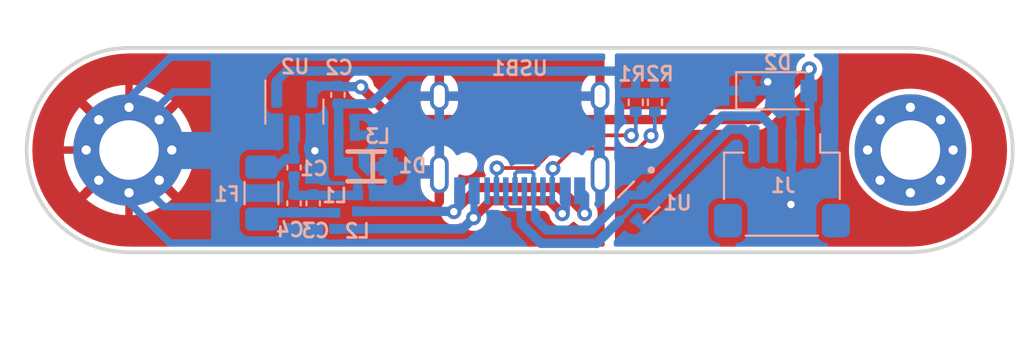
<source format=kicad_pcb>
(kicad_pcb (version 20210126) (generator pcbnew)
  (layers (0 "F.Cu" signal) (31 "B.Cu" signal) (34 "B.Paste" user) (35 "F.Paste" user) (36 "B.SilkS" user "B.Silkscreen") (37 "F.SilkS" user "F.Silkscreen") (38 "B.Mask" user) (39 "F.Mask" user) (44 "Edge.Cuts" user))
  (net 0 "")
  (net 1 "GND")
  (net 2 "SHIELD")
  (net 3 "VBUS")
  (net 4 "+5V")
  (net 5 "Net-(R1-Pad2)")
  (net 6 "Net-(R2-Pad2)")
  (net 7 "D+")
  (net 8 "D-")
  (net 9 "Net-(C3-Pad1)")
  (net 12 "+3V3")
  (net 13 "USBGND")
  (footprint "crokto:M3_Via_Hole_NC" (layer "F.Cu") (at 21 5.5)
    (fp_text reference "H1" hide)
    (fp_text value "MountingHole")
    (pad "1" thru_hole circle (at 1.626346 1.626346) (size 0.8 0.8) (drill 0.5) (layers *.Cu "F.Mask"))
    (pad "1" thru_hole circle (at -1.626346 1.626346) (size 0.8 0.8) (drill 0.5) (layers *.Cu "F.Mask"))
    (pad "1" thru_hole circle (at -1.626346 -1.626346) (size 0.8 0.8) (drill 0.5) (layers *.Cu "F.Mask"))
    (pad "1" thru_hole circle (at -2.3 0) (size 0.8 0.8) (drill 0.5) (layers *.Cu "F.Mask"))
    (pad "1" thru_hole circle (at 2.3 0) (size 0.8 0.8) (drill 0.5) (layers *.Cu "F.Mask"))
    (pad "1" thru_hole circle (at 0 0) (size 6 6) (drill 3.2) (layers *.Cu "F.Mask"))
    (pad "1" thru_hole circle (at 0 2.3) (size 0.8 0.8) (drill 0.5) (layers *.Cu "F.Mask"))
    (pad "1" thru_hole circle (at 0 -2.3) (size 0.8 0.8) (drill 0.5) (layers *.Cu "F.Mask"))
    (pad "1" thru_hole circle (at 1.626346 -1.626346) (size 0.8 0.8) (drill 0.5) (layers *.Cu "F.Mask"))
  )
  (footprint "crokto:M3_Via_Hole" (layer "F.Cu") (at -21 5.5)
    (fp_text reference "H2" hide)
    (fp_text value "MountingHole_Pad")
    (pad "1" thru_hole circle (at 2.3 0) (size 0.8 0.8) (drill 0.5) (layers *.Cu *.Mask) (net 2 "SHIELD"))
    (pad "1" thru_hole circle (at 0 0) (size 6 6) (drill 3.2) (layers *.Cu *.Mask) (net 2 "SHIELD"))
    (pad "1" thru_hole circle (at 1.626346 1.626346) (size 0.8 0.8) (drill 0.5) (layers *.Cu *.Mask) (net 2 "SHIELD"))
    (pad "1" thru_hole circle (at 0 -2.3) (size 0.8 0.8) (drill 0.5) (layers *.Cu *.Mask) (net 2 "SHIELD"))
    (pad "1" thru_hole circle (at 1.626346 -1.626346) (size 0.8 0.8) (drill 0.5) (layers *.Cu *.Mask) (net 2 "SHIELD"))
    (pad "1" thru_hole circle (at 0 2.3) (size 0.8 0.8) (drill 0.5) (layers *.Cu *.Mask) (net 2 "SHIELD"))
    (pad "1" thru_hole circle (at -1.626346 1.626346) (size 0.8 0.8) (drill 0.5) (layers *.Cu *.Mask) (net 2 "SHIELD"))
    (pad "1" thru_hole circle (at -1.626346 -1.626346) (size 0.8 0.8) (drill 0.5) (layers *.Cu *.Mask) (net 2 "SHIELD"))
    (pad "1" thru_hole circle (at -2.3 0) (size 0.8 0.8) (drill 0.5) (layers *.Cu *.Mask) (net 2 "SHIELD"))
  )
  (footprint "Type-C:HRO-TYPE-C-31-M-12-Assembly" (layer "B.Cu") (at 0 0)
    (fp_text reference "USB1" (at 0 1.1) (layer "B.SilkS") (effects (font (size 0.76 0.76)) (justify mirror)))
    (fp_text value "HRO-TYPE-C-31-M-12")
    (pad "" np_thru_hole circle (at -2.89 6.25) (size 0.65 0.65) (drill 0.65) (layers *.Cu *.Mask))
    (pad "" np_thru_hole circle (at 2.89 6.25) (size 0.65 0.65) (drill 0.65) (layers *.Cu *.Mask))
    (pad "1" smd rect (at -3.225 7.695) (size 0.6 1.45) (layers "B.Cu" "B.Paste" "B.Mask") (net 13 "USBGND"))
    (pad "2" smd rect (at -2.45 7.695) (size 0.6 1.45) (layers "B.Cu" "B.Paste" "B.Mask") (net 3 "VBUS"))
    (pad "3" smd rect (at -1.75 7.695) (size 0.3 1.45) (layers "B.Cu" "B.Paste" "B.Mask"))
    (pad "4" smd rect (at -1.25 7.695) (size 0.3 1.45) (layers "B.Cu" "B.Paste" "B.Mask") (net 5 "Net-(R1-Pad2)"))
    (pad "5" smd rect (at -0.75 7.695) (size 0.3 1.45) (layers "B.Cu" "B.Paste" "B.Mask") (net 8 "D-"))
    (pad "6" smd rect (at -0.25 7.695) (size 0.3 1.45) (layers "B.Cu" "B.Paste" "B.Mask") (net 7 "D+"))
    (pad "7" smd rect (at 0.25 7.695) (size 0.3 1.45) (layers "B.Cu" "B.Paste" "B.Mask") (net 8 "D-"))
    (pad "8" smd rect (at 0.75 7.695) (size 0.3 1.45) (layers "B.Cu" "B.Paste" "B.Mask") (net 7 "D+"))
    (pad "9" smd rect (at 1.25 7.695) (size 0.3 1.45) (layers "B.Cu" "B.Paste" "B.Mask"))
    (pad "10" smd rect (at 1.75 7.695) (size 0.3 1.45) (layers "B.Cu" "B.Paste" "B.Mask") (net 6 "Net-(R2-Pad2)"))
    (pad "11" smd rect (at 2.45 7.695) (size 0.6 1.45) (layers "B.Cu" "B.Paste" "B.Mask") (net 3 "VBUS"))
    (pad "12" smd rect (at 3.225 7.695) (size 0.6 1.45) (layers "B.Cu" "B.Paste" "B.Mask") (net 13 "USBGND"))
    (pad "13" thru_hole oval (at 4.32 2.6) (size 1 1.6) (drill oval 0.6 1.2) (layers *.Cu *.Mask) (net 2 "SHIELD"))
    (pad "13" thru_hole oval (at -4.32 6.78) (size 1 2.1) (drill oval 0.6 1.7) (layers *.Cu *.Mask) (net 2 "SHIELD"))
    (pad "13" thru_hole oval (at 4.32 6.78) (size 1 2.1) (drill oval 0.6 1.7) (layers *.Cu *.Mask) (net 2 "SHIELD"))
    (pad "13" thru_hole oval (at -4.32 2.6) (size 1 1.6) (drill oval 0.6 1.2) (layers *.Cu *.Mask) (net 2 "SHIELD"))
  )
  (footprint "crokto:JST_SH_SM04B-SRSS-TB_1x04-1MP_P1.00mm_Horizontal" (layer "B.Cu") (at 14.092989 7.425 180)
    (fp_text reference "J1" (at -0.067011 0.015) (layer "B.SilkS") (effects (font (size 0.76 0.76)) (justify mirror)))
    (fp_text value "Conn_01x04")
    (fp_line (start -2.06 1.785) (end -2.06 2.775) (layer "B.SilkS") (width 0.12))
    (fp_line (start 3.11 -0.715) (end 3.11 1.785) (layer "B.SilkS") (width 0.12))
    (fp_line (start 3.11 1.785) (end 2.06 1.785) (layer "B.SilkS") (width 0.12))
    (fp_line (start -1.94 -2.685) (end 1.94 -2.685) (layer "B.SilkS") (width 0.12))
    (fp_line (start -3.11 -0.715) (end -3.11 1.785) (layer "B.SilkS") (width 0.12))
    (fp_line (start -3.11 1.785) (end -2.06 1.785) (layer "B.SilkS") (width 0.12))
    (pad "1" smd roundrect (at -1.5 2.25 180) (size 0.6 2.05) (layers "B.Cu" "B.Paste" "B.Mask") (net 12 "+3V3"))
    (pad "2" smd roundrect (at -0.5 2.25 180) (size 0.6 2.05) (layers "B.Cu" "B.Paste" "B.Mask") (net 1 "GND"))
    (pad "3" smd roundrect (at 0.5 2.25 180) (size 0.6 2.05) (layers "B.Cu" "B.Paste" "B.Mask") (net 7 "D+"))
    (pad "4" smd roundrect (at 1.5 2.25 180) (size 0.6 2.05) (layers "B.Cu" "B.Paste" "B.Mask") (net 8 "D-"))
    (pad "MP" smd roundrect (at -2.9 -1.875 180) (size 1.5 1.8) (layers "B.Cu" "B.Paste" "B.Mask") (roundrect_rratio 0.208))
    (pad "MP" smd roundrect (at 2.9 -1.875 180) (size 1.5 1.8) (layers "B.Cu" "B.Paste" "B.Mask") (roundrect_rratio 0.208))
  )
  (footprint "Fuse:Fuse_1206_3216Metric" (layer "B.Cu") (at -13.88 7.82 -90)
    (fp_text reference "F1" (at 0.06 1.86 180) (layer "B.SilkS") (effects (font (size 0.76 0.76)) (justify mirror)))
    (fp_text value "500mA")
    (fp_line (start -0.602064 0.91) (end 0.602064 0.91) (layer "B.SilkS") (width 0.12))
    (fp_line (start -0.602064 -0.91) (end 0.602064 -0.91) (layer "B.SilkS") (width 0.12))
    (pad "1" smd roundrect (at -1.4 0 270) (size 1.25 1.75) (layers "B.Cu" "B.Paste" "B.Mask") (roundrect_rratio 0.2) (net 4 "+5V"))
    (pad "2" smd roundrect (at 1.4 0 270) (size 1.25 1.75) (layers "B.Cu" "B.Paste" "B.Mask") (roundrect_rratio 0.2) (net 9 "Net-(C3-Pad1)"))
  )
  (footprint "Resistor_SMD:R_0402_1005Metric" (layer "B.Cu") (at 7.27 2.93 -90)
    (fp_text reference "R2" (at -1.53 -0.26 180) (layer "B.SilkS") (effects (font (size 0.76 0.76)) (justify mirror)))
    (fp_text value "5.1K")
    (fp_line (start -0.153641 -0.38) (end 0.153641 -0.38) (layer "B.SilkS") (width 0.12))
    (fp_line (start -0.153641 0.38) (end 0.153641 0.38) (layer "B.SilkS") (width 0.12))
    (pad "1" smd roundrect (at -0.51 0 270) (size 0.54 0.64) (layers "B.Cu" "B.Paste" "B.Mask") (net 1 "GND"))
    (pad "2" smd roundrect (at 0.51 0 270) (size 0.54 0.64) (layers "B.Cu" "B.Paste" "B.Mask") (net 6 "Net-(R2-Pad2)"))
  )
  (footprint "Resistor_SMD:R_0402_1005Metric" (layer "B.Cu") (at 6.24 2.93 -90)
    (fp_text reference "R1" (at -1.52 0.21 180) (layer "B.SilkS") (effects (font (size 0.76 0.76)) (justify mirror)))
    (fp_text value "5.1K")
    (fp_line (start -0.153641 0.38) (end 0.153641 0.38) (layer "B.SilkS") (width 0.12))
    (fp_line (start -0.153641 -0.38) (end 0.153641 -0.38) (layer "B.SilkS") (width 0.12))
    (pad "1" smd roundrect (at -0.51 0 270) (size 0.54 0.64) (layers "B.Cu" "B.Paste" "B.Mask") (net 1 "GND"))
    (pad "2" smd roundrect (at 0.51 0 270) (size 0.54 0.64) (layers "B.Cu" "B.Paste" "B.Mask") (net 5 "Net-(R1-Pad2)"))
  )
  (footprint "Capacitor_SMD:C_0402_1005Metric" (layer "B.Cu") (at -11.1 8.37 90)
    (fp_text reference "C3" (at -1.47 0.13 180) (layer "B.SilkS") (effects (font (size 0.76 0.76)) (justify mirror)))
    (fp_text value "100n")
    (fp_line (start -0.107836 -0.36) (end 0.107836 -0.36) (layer "B.SilkS") (width 0.12))
    (fp_line (start -0.107836 0.36) (end 0.107836 0.36) (layer "B.SilkS") (width 0.12))
    (pad "1" smd roundrect (at -0.48 0 90) (size 0.56 0.62) (layers "B.Cu" "B.Paste" "B.Mask") (net 9 "Net-(C3-Pad1)"))
    (pad "2" smd roundrect (at 0.48 0 90) (size 0.56 0.62) (layers "B.Cu" "B.Paste" "B.Mask") (net 1 "GND"))
  )
  (footprint "other:BEADC1005X55N" (layer "B.Cu") (at -8.71 8.37 90)
    (fp_text reference "L2" (at -1.49 -0.02 180) (layer "B.SilkS") (effects (font (size 0.76 0.76)) (justify mirror)))
    (fp_text value "L_Ferrite")
    (pad "1" smd rect (at -0.432 0 90) (size 0.54 0.6) (layers "B.Cu" "B.Paste" "B.Mask") (net 13 "USBGND"))
    (pad "2" smd rect (at 0.432 0 90) (size 0.54 0.6) (layers "B.Cu" "B.Paste" "B.Mask") (net 1 "GND"))
  )
  (footprint "Capacitor_SMD:C_0402_1005Metric" (layer "B.Cu") (at -12.13 8.37 90)
    (fp_text reference "C4" (at -1.42 -0.21 180) (layer "B.SilkS") (effects (font (size 0.76 0.76)) (justify mirror)))
    (fp_text value "4.7u")
    (fp_line (start -0.107836 0.36) (end 0.107836 0.36) (layer "B.SilkS") (width 0.12))
    (fp_line (start -0.107836 -0.36) (end 0.107836 -0.36) (layer "B.SilkS") (width 0.12))
    (pad "1" smd roundrect (at -0.48 0 90) (size 0.56 0.62) (layers "B.Cu" "B.Paste" "B.Mask") (net 9 "Net-(C3-Pad1)"))
    (pad "2" smd roundrect (at 0.48 0 90) (size 0.56 0.62) (layers "B.Cu" "B.Paste" "B.Mask") (net 1 "GND"))
  )
  (footprint "other:SOTFL50P160X60-5N" (layer "B.Cu") (at 6.4 8.31 -135)
    (fp_text reference "U1" (at -1.442498 -1.499066 -180) (layer "B.SilkS") (effects (font (size 0.76 0.76)) (justify mirror)))
    (fp_text value "TPD2E2U06DRLR")
    (fp_line (start 0.6 -0.97) (end -0.6 -0.97) (layer "B.SilkS") (width 0.127))
    (fp_line (start -0.6 0.97) (end 0.6 0.97) (layer "B.SilkS") (width 0.127))
    (fp_circle (center -1.7 0.75) (end -1.6 0.75) (layer "B.SilkS") (width 0.2) (fill none))
    (pad "1" smd rect (at -0.735 0.5 225) (size 0.66 0.3) (layers "B.Cu" "B.Paste" "B.Mask") (net 7 "D+"))
    (pad "2" smd rect (at -0.735 0 225) (size 0.66 0.3) (layers "B.Cu" "B.Paste" "B.Mask") (net 7 "D+"))
    (pad "3" smd rect (at -0.735 -0.5 225) (size 0.66 0.3) (layers "B.Cu" "B.Paste" "B.Mask") (net 8 "D-"))
    (pad "4" smd rect (at 0.735 -0.5 225) (size 0.66 0.3) (layers "B.Cu" "B.Paste" "B.Mask") (net 1 "GND"))
    (pad "5" smd rect (at 0.735 0.5 225) (size 0.66 0.3) (layers "B.Cu" "B.Paste" "B.Mask") (net 7 "D+"))
  )
  (footprint "other:BEADC1005X55N" (layer "B.Cu") (at -9.3 4.7)
    (fp_text reference "L3" (at 1.67 0.06) (layer "B.SilkS") (effects (font (size 0.76 0.76)) (justify mirror)))
    (fp_text value "L_Ferrite")
    (pad "1" smd rect (at -0.432 0) (size 0.54 0.6) (layers "B.Cu" "B.Paste" "B.Mask") (net 1 "GND"))
    (pad "2" smd rect (at 0.432 0) (size 0.54 0.6) (layers "B.Cu" "B.Paste" "B.Mask") (net 2 "SHIELD"))
  )
  (footprint "Package_TO_SOT_SMD:SOT-23" (layer "B.Cu") (at -12.11 3.43 -90)
    (fp_text reference "U2" (at -2.42 -0.04 180) (layer "B.SilkS") (effects (font (size 0.76 0.76)) (justify mirror)))
    (fp_text value "XC6206P332MR")
    (fp_line (start 0 1.56) (end 0.65 1.56) (layer "B.SilkS") (width 0.12))
    (fp_line (start 0 1.56) (end -1.675 1.56) (layer "B.SilkS") (width 0.12))
    (fp_line (start 0 -1.56) (end 0.65 -1.56) (layer "B.SilkS") (width 0.12))
    (fp_line (start 0 -1.56) (end -0.65 -1.56) (layer "B.SilkS") (width 0.12))
    (pad "1" smd roundrect (at -0.9375 0.95 270) (size 1.475 0.6) (layers "B.Cu" "B.Paste" "B.Mask") (net 1 "GND"))
    (pad "2" smd roundrect (at -0.9375 -0.95 270) (size 1.475 0.6) (layers "B.Cu" "B.Paste" "B.Mask") (net 12 "+3V3"))
    (pad "3" smd roundrect (at 0.9375 0 270) (size 1.475 0.6) (layers "B.Cu" "B.Paste" "B.Mask") (net 4 "+5V"))
  )
  (footprint "Capacitor_SMD:C_0402_1005Metric" (layer "B.Cu") (at -9.77 2.53 -90)
    (fp_text reference "C2" (at -1.47 -0.06 180) (layer "B.SilkS") (effects (font (size 0.76 0.76)) (justify mirror)))
    (fp_text value "1u")
    (fp_line (start -0.107836 -0.36) (end 0.107836 -0.36) (layer "B.SilkS") (width 0.12))
    (fp_line (start -0.107836 0.36) (end 0.107836 0.36) (layer "B.SilkS") (width 0.12))
    (pad "1" smd roundrect (at -0.48 0 270) (size 0.56 0.62) (layers "B.Cu" "B.Paste" "B.Mask") (net 12 "+3V3"))
    (pad "2" smd roundrect (at 0.48 0 270) (size 0.56 0.62) (layers "B.Cu" "B.Paste" "B.Mask") (net 1 "GND"))
  )
  (footprint "Diode_SMD:D_SOD-123" (layer "B.Cu") (at 13.89 2.31)
    (fp_text reference "D2" (at -0.02 -1.52) (layer "B.SilkS") (effects (font (size 0.76 0.76)) (justify mirror)))
    (fp_text value "D_TVS")
    (fp_line (start -2.25 1) (end 1.65 1) (layer "B.SilkS") (width 0.12))
    (fp_line (start -2.25 -1) (end 1.65 -1) (layer "B.SilkS") (width 0.12))
    (fp_line (start -2.25 1) (end -2.25 -1) (layer "B.SilkS") (width 0.12))
    (pad "1" smd rect (at -1.65 0) (size 0.9 1.2) (layers "B.Cu" "B.Paste" "B.Mask") (net 1 "GND"))
    (pad "2" smd rect (at 1.65 0) (size 0.9 1.2) (layers "B.Cu" "B.Paste" "B.Mask") (net 12 "+3V3"))
  )
  (footprint "Capacitor_SMD:C_0402_1005Metric" (layer "B.Cu") (at -12.13 6.44 -90)
    (fp_text reference "C1" (at 0.06 -1.07) (layer "B.SilkS") (effects (font (size 0.76 0.76)) (justify mirror)))
    (fp_text value "1u")
    (fp_line (start -0.107836 -0.36) (end 0.107836 -0.36) (layer "B.SilkS") (width 0.12))
    (fp_line (start -0.107836 0.36) (end 0.107836 0.36) (layer "B.SilkS") (width 0.12))
    (pad "1" smd roundrect (at -0.48 0 270) (size 0.56 0.62) (layers "B.Cu" "B.Paste" "B.Mask") (net 4 "+5V"))
    (pad "2" smd roundrect (at 0.48 0 270) (size 0.56 0.62) (layers "B.Cu" "B.Paste" "B.Mask") (net 1 "GND"))
  )
  (footprint "other:BSD3C051V" (layer "B.Cu") (at -8.25 6.38 180)
    (fp_text reference "D1" (at -2.49 0.04 unlocked) (layer "B.SilkS") (effects (font (size 0.76 0.76)) (justify mirror)))
    (fp_text value "D_TVS")
    (fp_line (start -1 0.8) (end 1 0.8) (layer "B.SilkS") (width 0.254))
    (fp_line (start -0.351 0.8) (end -0.351 -0.8) (layer "B.SilkS") (width 0.254))
    (fp_line (start -1 -0.8) (end 1 -0.8) (layer "B.SilkS") (width 0.254))
    (pad "1" smd rect (at -1.2 -0.01 180) (size 1 1) (layers "B.Cu" "B.Paste" "B.Mask") (net 2 "SHIELD"))
    (pad "2" smd rect (at 1.22 0 180) (size 1 1) (layers "B.Cu" "B.Paste" "B.Mask") (net 1 "GND"))
  )
  (footprint "other:BEADC1005X55N" (layer "B.Cu") (at -9.94 9.31 90)
    (fp_text reference "L1" (at 1.36 0 180) (layer "B.SilkS") (effects (font (size 0.76 0.76)) (justify mirror)))
    (fp_text value "L_Ferrite")
    (pad "1" smd rect (at -0.432 0 90) (size 0.54 0.6) (layers "B.Cu" "B.Paste" "B.Mask") (net 3 "VBUS"))
    (pad "2" smd rect (at 0.432 0 90) (size 0.54 0.6) (layers "B.Cu" "B.Paste" "B.Mask") (net 9 "Net-(C3-Pad1)"))
  )
  (gr_line (start 21 0) (end -21 0) (layer "Edge.Cuts") (width 0.2))
  (gr_arc (start 21 5.5) (end 21 11) (angle -180) (layer "Edge.Cuts") (width 0.2))
  (gr_line (start -21 11) (end 21 11) (layer "Edge.Cuts") (width 0.2))
  (gr_arc (start -21 5.5) (end -21 0) (angle -180) (layer "Edge.Cuts") (width 0.2))
  (via (at 14.58 8.43) (size 0.8) (drill 0.4) (layers "F.Cu" "B.Cu") (net 1))
  (via (at 13.33 1.83) (size 0.8) (drill 0.4) (layers "F.Cu" "B.Cu") (net 1))
  (segment (start -9.77 3.01) (end -7.97 3.01) (width 0.5) (layer "B.Cu") (net 1))
  (segment (start -8.71 7.14) (end -9.47 6.38) (width 0.5) (layer "B.Cu") (net 1))
  (segment (start 14.6 5.167989) (end 14.6 3.1) (width 0.5) (layer "B.Cu") (net 1))
  (segment (start 5.4 2.41) (end 8.25 2.41) (width 0.5) (layer "B.Cu") (net 1))
  (segment (start 5.64 2.42) (end 5.63 2.41) (width 0.5) (layer "B.Cu") (net 1))
  (segment (start 14.592989 5.175) (end 14.6 5.167989) (width 0.5) (layer "B.Cu") (net 1))
  (segment (start 7.37 2.42) (end 5.64 2.42) (width 0.5) (layer "B.Cu") (net 1))
  (segment (start 13.725 1.25) (end 13.75 1.275) (width 0.4) (layer "B.Cu") (net 1))
  (segment (start -8.71 7.938) (end -12.082 7.938) (width 0.5) (layer "B.Cu") (net 1))
  (segment (start 14.592989 8.417011) (end 14.58 8.43) (width 0.5) (layer "B.Cu") (net 1))
  (segment (start -12.53 1.25) (end 13.68 1.25) (width 0.5) (layer "B.Cu") (net 1))
  (segment (start 14.592989 5.175) (end 14.592989 8.417011) (width 0.5) (layer "B.Cu") (net 1))
  (segment (start 8.25 2.41) (end 9.88 2.41) (width 0.5) (layer "B.Cu") (net 1))
  (segment (start 6.28383 9.233277) (end 6.740553 9.69) (width 0.5) (layer "B.Cu") (net 1))
  (segment (start -8.71 7.938) (end -8.71 7.14) (width 0.5) (layer "B.Cu") (net 1))
  (segment (start -12.082 7.938) (end -12.13 7.89) (width 0.5) (layer "B.Cu") (net 1))
  (segment (start -12.13 7.89) (end -12.13 6.92) (width 0.5) (layer "B.Cu") (net 1))
  (segment (start -13.06 1.78) (end -12.53 1.25) (width 0.5) (layer "B.Cu") (net 1))
  (segment (start -9.73 6.12) (end -9.73 3.05) (width 0.5) (layer "B.Cu") (net 1))
  (segment (start -9.532011 6.482989) (end -9.65 6.365) (width 0.5) (layer "B.Cu") (net 1))
  (segment (start -9.462 6.553) (end -9.65 6.365) (width 0.5) (layer "B.Cu") (net 1))
  (segment (start -7.97 3.01) (end -6.29998 1.33998) (width 0.5) (layer "B.Cu") (net 1))
  (segment (start 6.740553 9.69) (end 8.67 9.69) (width 0.5) (layer "B.Cu") (net 1))
  (segment (start 14.6 3.1) (end 13.33 1.83) (width 0.5) (layer "B.Cu") (net 1))
  (segment (start 10.67 2.31) (end 10.66 2.3) (width 0.5) (layer "B.Cu") (net 1))
  (segment (start -9.65 6.365) (end -9.65 6.21) (width 0.5) (layer "B.Cu") (net 1))
  (segment (start 12.24 2.31) (end 10.67 2.31) (width 0.5) (layer "B.Cu") (net 1))
  (segment (start -9.47 6.38) (end -9.73 6.12) (width 0.5) (layer "B.Cu") (net 1))
  (segment (start 13.68 1.25) (end 13.725 1.25) (width 0.4) (layer "B.Cu") (net 1))
  (segment (start 14.68 5.087989) (end 14.592989 5.175) (width 0.5) (layer "B.Cu") (net 1))
  (segment (start -9.73 3.05) (end -9.77 3.01) (width 0.5) (layer "B.Cu") (net 1))
  (segment (start -13.06 2.4925) (end -13.06 1.78) (width 0.5) (layer "B.Cu") (net 1))
  (segment (start -21 5.5) (end -14 5.5) (width 0.4) (layer "F.Cu") (net 2))
  (segment (start -21 5.5) (end -25.5 5.5) (width 0.4) (layer "F.Cu") (net 2))
  (segment (start -21 5.5) (end -21 1) (width 0.4) (layer "F.Cu") (net 2))
  (segment (start -21 5.5) (end -21 10) (width 0.4) (layer "F.Cu") (net 2))
  (via (at -11.01 5.54) (size 0.8) (drill 0.4) (layers "F.Cu" "B.Cu") (net 2))
  (segment (start -4.32 4.88) (end -4.32 6.78) (width 0.5) (layer "B.Cu") (net 2))
  (segment (start -21 4.75) (end -18.625 2.375) (width 0.4) (layer "B.Cu") (net 2))
  (segment (start -21 6.675) (end -19.125 8.55) (width 0.4) (layer "B.Cu") (net 2))
  (segment (start -18.625 2.375) (end -15.5 2.375) (width 0.4) (layer "B.Cu") (net 2))
  (segment (start 4.234095 6.694095) (end 4.32 6.78) (width 0.5) (layer "B.Cu") (net 2))
  (segment (start -21 5.5) (end -21 8.31) (width 0.4) (layer "B.Cu") (net 2))
  (segment (start -7.23 6.57) (end -4.53 6.57) (width 0.5) (layer "B.Cu") (net 2))
  (segment (start -21 8.31) (end -18.81 10.5) (width 0.4) (layer "B.Cu") (net 2))
  (segment (start -18.81 10.5) (end -14.05 10.5) (width 0.4) (layer "B.Cu") (net 2))
  (segment (start -19.125 8.55) (end -15.5 8.55) (width 0.4) (layer "B.Cu") (net 2))
  (segment (start -21 5.5) (end -21 2.73) (width 0.4) (layer "B.Cu") (net 2))
  (segment (start -4.32 2.6) (end 4.32 2.6) (width 0.5) (layer "B.Cu") (net 2))
  (segment (start -4.32 2.6) (end -4.32 4.88) (width 0.5) (layer "B.Cu") (net 2))
  (segment (start -18.77 0.5) (end -14.05 0.5) (width 0.4) (layer "B.Cu") (net 2))
  (segment (start -21 2.73) (end -18.77 0.5) (width 0.4) (layer "B.Cu") (net 2))
  (segment (start -4.53 6.57) (end -4.32 6.78) (width 0.5) (layer "B.Cu") (net 2))
  (segment (start -16 5.525) (end -20.9 5.525) (width 2) (layer "B.Cu") (net 2))
  (segment (start 4.32 2.6) (end 4.234095 2.685905) (width 0.5) (layer "B.Cu") (net 2))
  (segment (start 4.234095 2.685905) (end 4.234095 6.694095) (width 0.5) (layer "B.Cu") (net 2))
  (segment (start -8.868 4.7) (end -6.19 4.7) (width 0.5) (layer "B.Cu") (net 2))
  (segment (start 2.40188 8.92812) (end 2.29188 8.92812) (width 0.4) (layer "F.Cu") (net 3))
  (segment (start 2.474929 8.855071) (end 2.40188 8.92812) (width 0.4) (layer "F.Cu") (net 3))
  (segment (start 1.59378 8.23002) (end 2.29188 8.92812) (width 0.5) (layer "F.Cu") (net 3))
  (segment (start -2.47999 9.14999) (end -1.56002 8.23002) (width 0.5) (layer "F.Cu") (net 3))
  (segment (start -1.56002 8.23002) (end 1.59378 8.23002) (width 0.5) (layer "F.Cu") (net 3))
  (via (at 2.29188 8.92812) (size 0.8) (drill 0.4) (layers "F.Cu" "B.Cu") (net 3))
  (via (at -2.47999 9.14999) (size 0.8) (drill 0.4) (layers "F.Cu" "B.Cu") (net 3))
  (segment (start 2.41812 8.92812) (end 2.29188 8.92812) (width 0.4) (layer "B.Cu") (net 3))
  (segment (start 2.449979 8.959979) (end 2.41812 8.92812) (width 0.4) (layer "B.Cu") (net 3))
  (segment (start -2.35 9.14999) (end -2.37999 9.14999) (width 0.5) (layer "B.Cu") (net 3))
  (segment (start -9.94 9.742) (end -9.938 9.74) (width 0.5) (layer "B.Cu") (net 3))
  (segment (start -2.45 7.695) (end -2.45 8.79) (width 0.4) (layer "B.Cu") (net 3))
  (segment (start -4.07 9.74) (end -3.07 9.74) (width 0.5) (layer "B.Cu") (net 3))
  (segment (start -2.45 9.04999) (end -2.35 9.14999) (width 0.4) (layer "B.Cu") (net 3))
  (segment (start 2.45 8.77) (end 2.29188 8.92812) (width 0.5) (layer "B.Cu") (net 3))
  (segment (start -2.45 9.07998) (end -2.37999 9.14999) (width 0.2) (layer "B.Cu") (net 3))
  (segment (start -2.45 8.79) (end -2.45 9.04999) (width 0.4) (layer "B.Cu") (net 3))
  (segment (start -3.07 9.74) (end -2.47999 9.14999) (width 0.5) (layer "B.Cu") (net 3))
  (segment (start -9.938 9.74) (end -3.07 9.74) (width 0.5) (layer "B.Cu") (net 3))
  (segment (start 2.45 7.695) (end 2.45 8.77) (width 0.5) (layer "B.Cu") (net 3))
  (segment (start -2.45 8.79) (end -2.45 9.07998) (width 0.2) (layer "B.Cu") (net 3))
  (segment (start -12.15 5.96) (end -12.15 4.4875) (width 0.5) (layer "B.Cu") (net 4))
  (segment (start -12.58 5.96) (end -12.15 5.96) (width 0.5) (layer "B.Cu") (net 4))
  (segment (start -13.97 6.43) (end -13.05 6.43) (width 0.5) (layer "B.Cu") (net 4))
  (segment (start -12.15 4.4875) (end -12.04 4.3775) (width 0.5) (layer "B.Cu") (net 4))
  (segment (start -13.05 6.43) (end -12.58 5.96) (width 0.5) (layer "B.Cu") (net 4))
  (segment (start 0.803088 6.466912) (end 2.559999 4.710001) (width 0.2) (layer "F.Cu") (net 5))
  (segment (start -1.226963 6.466912) (end 0.803088 6.466912) (width 0.2) (layer "F.Cu") (net 5))
  (segment (start 2.559999 4.710001) (end 6 4.710001) (width 0.2) (layer "F.Cu") (net 5))
  (via (at -1.226963 6.466912) (size 0.8) (drill 0.4) (layers "F.Cu" "B.Cu") (net 5))
  (via (at 6 4.72003) (size 0.8) (drill 0.4) (layers "F.Cu" "B.Cu") (net 5))
  (segment (start -1.25 6.489949) (end -1.226963 6.466912) (width 0.2) (layer "B.Cu") (net 5))
  (segment (start -1.25 7.695) (end -1.25 6.489949) (width 0.2) (layer "B.Cu") (net 5))
  (segment (start 6.24 3.44) (end 6.24 4.48003) (width 0.2) (layer "B.Cu") (net 5))
  (segment (start 6.24 4.48003) (end 6 4.72003) (width 0.2) (layer "B.Cu") (net 5))
  (segment (start 6.359969 5.430031) (end 4.665572 5.430031) (width 0.2) (layer "F.Cu") (net 6))
  (segment (start 4.655521 5.41998) (end 2.859128 5.41998) (width 0.2) (layer "F.Cu") (net 6))
  (segment (start 2.859128 5.41998) (end 1.786352 6.492756) (width 0.2) (layer "F.Cu") (net 6))
  (segment (start 7.06 4.73) (end 6.359969 5.430031) (width 0.2) (layer "F.Cu") (net 6))
  (segment (start 4.665572 5.430031) (end 4.655521 5.41998) (width 0.2) (layer "F.Cu") (net 6))
  (via (at 1.786352 6.492756) (size 0.8) (drill 0.4) (layers "F.Cu" "B.Cu") (net 6))
  (via (at 7.06 4.73) (size 0.8) (drill 0.4) (layers "F.Cu" "B.Cu") (net 6))
  (segment (start 7.26 3.45) (end 7.27 3.44) (width 0.2) (layer "B.Cu") (net 6))
  (segment (start 7.26 4.53) (end 7.26 3.45) (width 0.2) (layer "B.Cu") (net 6))
  (segment (start 7.06 4.73) (end 7.26 4.53) (width 0.2) (layer "B.Cu") (net 6))
  (segment (start 7.27 3.44) (end 7.37 3.44) (width 0.2) (layer "B.Cu") (net 6))
  (segment (start 1.75 6.529108) (end 1.786352 6.492756) (width 0.2) (layer "B.Cu") (net 6))
  (segment (start 1.75 7.695) (end 1.75 6.529108) (width 0.2) (layer "B.Cu") (net 6))
  (segment (start 3.845903 9.809989) (end 5.735892 7.92) (width 0.5) (layer "B.Cu") (net 7))
  (segment (start 0.640009 6.669989) (end -0.140009 6.669989) (width 0.2) (layer "B.Cu") (net 7))
  (segment (start 13.592989 4.2873) (end 12.975669 3.66998) (width 0.5) (layer "B.Cu") (net 7))
  (segment (start 1.442123 9.809989) (end 3.845903 9.809989) (width 0.5) (layer "B.Cu") (net 7))
  (segment (start 5.735892 8.267001) (end 5.735892 7.92) (width 0.3) (layer "B.Cu") (net 7))
  (segment (start 10.884428 3.66998) (end 6.841927 7.712481) (width 0.5) (layer "B.Cu") (net 7))
  (segment (start 13.592989 5.175) (end 13.592989 4.2873) (width 0.5) (layer "B.Cu") (net 7))
  (segment (start -0.140009 6.669989) (end -0.25 6.77998) (width 0.2) (layer "B.Cu") (net 7))
  (segment (start 0.85 9.210995) (end 0.85 8.880011) (width 0.5) (layer "B.Cu") (net 7))
  (segment (start 3.845903 9.809989) (end 4.345903 9.309989) (width 0.5) (layer "B.Cu") (net 7))
  (segment (start 0.75 7.695) (end 0.75 9.310995) (width 0.2) (layer "B.Cu") (net 7))
  (segment (start 0.75 7.695) (end 0.75 6.77998) (width 0.2) (layer "B.Cu") (net 7))
  (segment (start -0.25 6.77998) (end -0.25 7.695) (width 0.2) (layer "B.Cu") (net 7))
  (segment (start 0.75 6.77998) (end 0.640009 6.669989) (width 0.2) (layer "B.Cu") (net 7))
  (segment (start 5.735892 7.92) (end 6.58 7.92) (width 0.5) (layer "B.Cu") (net 7))
  (segment (start -0.249999 6.97) (end -0.25 7.695) (width 0.2) (layer "B.Cu") (net 7))
  (segment (start 12.975669 3.66998) (end 10.884428 3.66998) (width 0.5) (layer "B.Cu") (net 7))
  (segment (start 0.75 6.97) (end 0.75 7.695) (width 0.2) (layer "B.Cu") (net 7))
  (segment (start 1.348994 9.709989) (end 0.85 9.210995) (width 0.5) (layer "B.Cu") (net 7))
  (segment (start 5.526723 8.47617) (end 5.735892 8.267001) (width 0.3) (layer "B.Cu") (net 7))
  (segment (start 7.51 8.12) (end 7.48617 8.14383) (width 0.3) (layer "B.Cu") (net 8))
  (segment (start 0.08999 9.461975) (end 1.148024 10.520009) (width 0.5) (layer "B.Cu") (net 8))
  (segment (start 0.23999 9.597834) (end 0.25 9.607844) (width 0.2) (layer "B.Cu") (net 8))
  (segment (start 12.592989 4.942989) (end 12.03 4.38) (width 0.5) (layer "B.Cu") (net 8))
  (segment (start 1.148024 10.520009) (end 4.139991 10.520009) (width 0.5) (layer "B.Cu") (net 8))
  (segment (start 5.384399 9.275601) (end 5.33 9.33) (width 0.5) (layer "B.Cu") (net 8))
  (segment (start 11.25 4.38) (end 7.51 8.12) (width 0.5) (layer "B.Cu") (net 8))
  (segment (start 7.121154 8.508846) (end 7.063852 8.508846) (width 0.5) (layer "B.Cu") (net 8))
  (segment (start 4.139991 10.520009) (end 4.639991 10.020009) (width 0.5) (layer "B.Cu") (net 8))
  (segment (start 0.23999 7.70501) (end 0.23999 9.597834) (width 0.2) (layer "B.Cu") (net 8))
  (segment (start 12.03 4.38) (end 11.25 4.38) (width 0.5) (layer "B.Cu") (net 8))
  (segment (start 7.273277 8.14383) (end 6.908261 8.508846) (width 0.25) (layer "B.Cu") (net 8))
  (segment (start 0.25 8.72) (end 0.25 7.695) (width 0.2) (layer "B.Cu") (net 8))
  (segment (start -0.75 8.525995) (end -0.555995 8.72) (width 0.2) (layer "B.Cu") (net 8))
  (segment (start 6.181154 8.508846) (end 6.1 8.59) (width 0.25) (layer "B.Cu") (net 8))
  (segment (start 0.25 7.695) (end 0.23999 7.70501) (width 0.2) (layer "B.Cu") (net 8))
  (segment (start 12.592989 5.175) (end 12.592989 4.942989) (width 0.5) (layer "B.Cu") (net 8))
  (segment (start 4.139991 10.520009) (end 5.384399 9.275601) (width 0.5) (layer "B.Cu") (net 8))
  (segment (start 0.08999 8.910021) (end 0.08999 9.461975) (width 0.5) (layer "B.Cu") (net 8))
  (segment (start 7.48617 8.14383) (end 7.287448 8.14383) (width 0.3) (layer "B.Cu") (net 8))
  (segment (start 6.1 8.59) (end 5.43 9.26) (width 0.25) (layer "B.Cu") (net 8))
  (segment (start 6.908261 8.508846) (end 6.181154 8.508846) (width 0.25) (layer "B.Cu") (net 8))
  (segment (start 7.48617 8.14383) (end 7.121154 8.508846) (width 0.5) (layer "B.Cu") (net 8))
  (segment (start -0.555995 8.72) (end 0.25 8.72) (width 0.2) (layer "B.Cu") (net 8))
  (segment (start 0.25 9.607844) (end 0.25 9.621976) (width 0.3) (layer "B.Cu") (net 8))
  (segment (start -0.75 7.695) (end -0.75 8.525995) (width 0.2) (layer "B.Cu") (net 8))
  (segment (start -9.94 8.878) (end -13.158 8.878) (width 0.5) (layer "B.Cu") (net 9))
  (segment (start -13.158 8.878) (end -13.41 9.13) (width 0.5) (layer "B.Cu") (net 9))
  (segment (start 12.83998 3.86002) (end 12.32002 3.86002) (width 0.5) (layer "F.Cu") (net 12))
  (segment (start -6.787418 3.86002) (end 12.32002 3.86002) (width 0.5) (layer "F.Cu") (net 12))
  (segment (start 15.57 1.13) (end 12.83998 3.86002) (width 0.5) (layer "F.Cu") (net 12))
  (segment (start -8.537428 2.11001) (end -6.787418 3.86002) (width 0.5) (layer "F.Cu") (net 12))
  (via (at 15.57 1.13) (size 0.8) (drill 0.4) (layers "F.Cu" "B.Cu") (net 12))
  (via (at -8.537428 2.11001) (size 0.8) (drill 0.4) (layers "F.Cu" "B.Cu") (net 12))
  (segment (start -8.557438 2.09) (end -8.537428 2.11001) (width 0.5) (layer "B.Cu") (net 12))
  (segment (start 15.592989 5.175) (end 15.592989 1.152989) (width 0.5) (layer "B.Cu") (net 12))
  (segment (start -9.73 2.09) (end -8.557438 2.09) (width 0.5) (layer "B.Cu") (net 12))
  (segment (start -10.7175 2.05) (end -9.77 2.05) (width 0.5) (layer "B.Cu") (net 12))
  (segment (start 15.592989 1.152989) (end 15.57 1.13) (width 0.5) (layer "B.Cu") (net 12))
  (segment (start -11.16 2.4925) (end -10.7175 2.05) (width 0.5) (layer "B.Cu") (net 12))
  (segment (start 2.1 7.52) (end 3.49 8.91) (width 0.5) (layer "F.Cu") (net 13))
  (segment (start 3.49 8.91) (end 3.49 8.92) (width 0.5) (layer "F.Cu") (net 13))
  (segment (start -3.54 8.82) (end -2.24 7.52) (width 0.5) (layer "F.Cu") (net 13))
  (segment (start -2.24 7.52) (end 2.1 7.52) (width 0.5) (layer "F.Cu") (net 13))
  (via (at 3.49 8.92) (size 0.8) (drill 0.4) (layers "F.Cu" "B.Cu") (net 13))
  (via (at -3.54 8.82) (size 0.8) (drill 0.4) (layers "F.Cu" "B.Cu") (net 13))
  (segment (start 3.225 7.695) (end 3.49 7.96) (width 0.5) (layer "B.Cu") (net 13))
  (segment (start -3.558 8.802) (end -3.54 8.82) (width 0.5) (layer "B.Cu") (net 13))
  (segment (start -3.225 7.695) (end -3.225 8.505) (width 0.5) (layer "B.Cu") (net 13))
  (segment (start 3.225 8.225) (end 3.225 7.695) (width 0.4) (layer "B.Cu") (net 13))
  (segment (start -8.71 8.802) (end -3.558 8.802) (width 0.5) (layer "B.Cu") (net 13))
  (segment (start 3.49 7.96) (end 3.49 8.92) (width 0.5) (layer "B.Cu") (net 13))
  (segment (start -3.225 8.505) (end -3.54 8.82) (width 0.5) (layer "B.Cu") (net 13))
  (zone (net 2) (net_name "SHIELD") (layer "F.Cu") (connect_pads (clearance 0.3)) (min_thickness 0.2032) (fill yes (thermal_gap 0.508) (thermal_bridge_width 0.508))
    (polygon (pts (xy 4.57 11.54) (xy -26.96 11.53) (xy -26.96 -0.53) (xy 4.56 -0.63)))
  )
  (zone (net 1) (net_name "GND") (layer "F.Cu") (connect_pads (clearance 0.3)) (min_thickness 0.2032) (fill yes (thermal_gap 0.508) (thermal_bridge_width 0.508))
    (polygon (pts (xy 27.125 11.525) (xy 5.12 11.55) (xy 5.13 -0.68) (xy 27.125 -0.575)))
  )
  (zone (net 1) (net_name "GND") (layer "B.Cu") (connect_pads (clearance 0.3)) (min_thickness 0.2032) (fill yes (thermal_gap 0.508) (thermal_bridge_width 0.508))
    (polygon (pts (xy 17.1 11.75) (xy 5.05 11.55) (xy 5.12 -0.61) (xy 17.15 -0.55)))
  )
  (zone (net 2) (net_name "SHIELD") (layer "B.Cu") (connect_pads (clearance 0.3)) (min_thickness 0.2032) (fill yes (thermal_gap 0.508) (thermal_bridge_width 0.508))
    (polygon (pts (xy 4.6 11.55) (xy -16.59 11.51) (xy -16.62 -1.12) (xy 4.6 -0.65)))
  )
)
</source>
